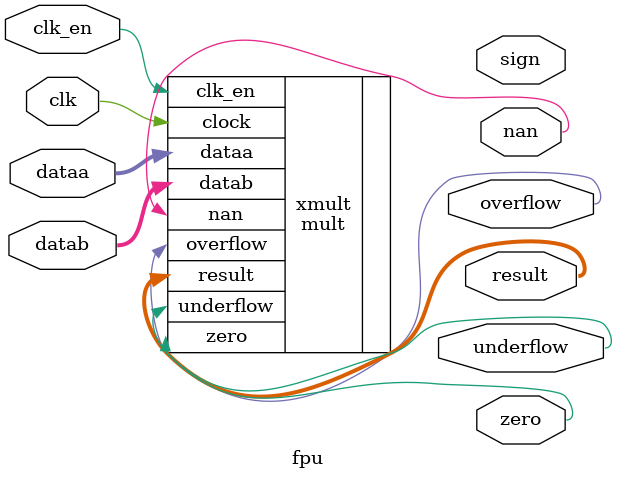
<source format=sv>
/*
    file: fpu.sv
    author: Cody Balos <cjbalos@gmail.com>
*/

`define neg 31
`define exponent 30:23
`define mantissa 22:0

module fpu(input logic clk, clk_en,
           input logic [15:0] dataa, datab,
           output logic [15:0] result,
           output logic sign, overflow, underflow, zero, nan);

//    adder add
//    (
//        .clock(clk),
//        .clk_en(clk_en),
//        .dataa(dataa),
//        .datab(datab),
//        .result(result),
//        .sign(sign),
//        .overflow(overflow),
//        .underflow(underflow),
//        .zero(zero)
//    );
	

    mult xmult
    (
        .clock(clk),
        .clk_en(clk_en),
        .dataa(dataa),
        .datab(datab),
        .result(result),
        .overflow(overflow),
        .underflow(underflow),
        .zero(zero),
        .nan(nan)
    );
	
//    multiplier mult
//    (
//        .clock(clk),
//        .clk_en(clk_en),
//        .dataa(dataa),
//        .datab(datab),
//        .result(multresult),
//        .overflow(overflow),
//        .underflow(underflow),
//        .zero(zero),
//        .nan(nan)
//    );


endmodule

</source>
